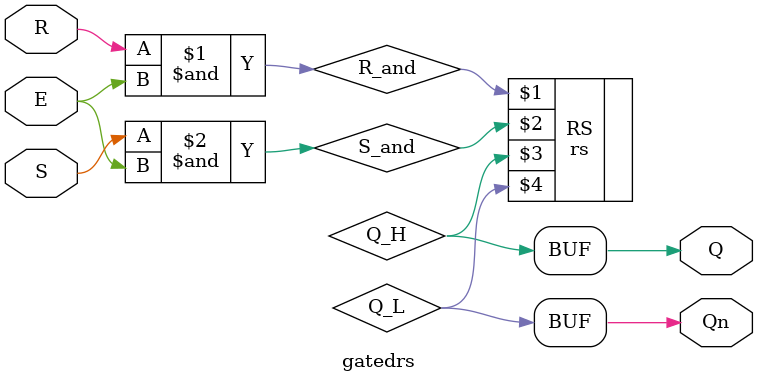
<source format=v>
`timescale 1ns / 1ps
module gatedrs(
    input S,
    input R,
    input E,
    output Q,
    output Qn
    );

	wire R_and,S_and,Q_H,Q_L;
	
	assign R_and=(R&E);
	assign S_and=(S&E);
	
	rs  RS(R_and,S_and,Q_H,Q_L);
	
	assign Q=Q_H;
	assign Qn=Q_L;
	
endmodule

</source>
